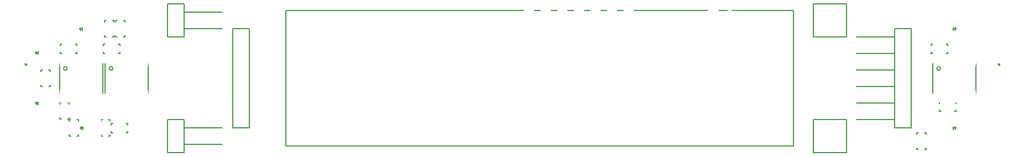
<source format=gbo>
G04 (created by PCBNEW (2013-07-07 BZR 4022)-stable) date 2/22/2014 5:21:18 PM*
%MOIN*%
G04 Gerber Fmt 3.4, Leading zero omitted, Abs format*
%FSLAX34Y34*%
G01*
G70*
G90*
G04 APERTURE LIST*
%ADD10C,0.00590551*%
%ADD11C,0.005*%
%ADD12R,0.0305X0.0719*%
%ADD13R,0.069X0.069*%
%ADD14C,0.069*%
%ADD15C,0.039*%
%ADD16C,0.037622*%
%ADD17C,0.16*%
%ADD18C,0.139*%
%ADD19R,0.13211X0.0612441*%
%ADD20R,0.045X0.057*%
%ADD21R,0.04X0.0495*%
%ADD22R,0.0495X0.04*%
G04 APERTURE END LIST*
G54D10*
G54D11*
X8850Y13600D02*
X6250Y13600D01*
X6250Y13600D02*
X6250Y15400D01*
X6250Y15400D02*
X8850Y15400D01*
X8850Y15400D02*
X8850Y13600D01*
X6711Y15100D02*
G75*
G03X6711Y15100I-111J0D01*
G74*
G01*
X58750Y13600D02*
X56150Y13600D01*
X56150Y13600D02*
X56150Y15400D01*
X56150Y15400D02*
X58750Y15400D01*
X58750Y15400D02*
X58750Y13600D01*
X56611Y15100D02*
G75*
G03X56611Y15100I-111J0D01*
G74*
G01*
X6100Y13600D02*
X3500Y13600D01*
X3500Y13600D02*
X3500Y15400D01*
X3500Y15400D02*
X6100Y15400D01*
X6100Y15400D02*
X6100Y13600D01*
X3961Y15100D02*
G75*
G03X3961Y15100I-111J0D01*
G74*
G01*
G54D10*
X53850Y12000D02*
X51550Y12000D01*
X53850Y14000D02*
X51550Y14000D01*
X53850Y13000D02*
X51550Y13000D01*
X53850Y15000D02*
X51550Y15000D01*
X53850Y16000D02*
X51550Y16000D01*
X53850Y17000D02*
X51550Y17000D01*
X53850Y17500D02*
X53850Y11500D01*
X53850Y11500D02*
X54850Y11500D01*
X54850Y17500D02*
X54850Y11500D01*
X53850Y17500D02*
X54850Y17500D01*
X14950Y11500D02*
X14950Y17500D01*
X14950Y17500D02*
X13950Y17500D01*
X13950Y11500D02*
X13950Y17500D01*
X14950Y11500D02*
X13950Y11500D01*
X50950Y19000D02*
X48950Y19000D01*
X48950Y19000D02*
X48950Y17000D01*
X48950Y17000D02*
X50950Y17000D01*
X50950Y17000D02*
X50950Y19000D01*
X11000Y18500D02*
X13300Y18500D01*
X11000Y17500D02*
X13300Y17500D01*
X11000Y17000D02*
X11000Y19000D01*
X11000Y19000D02*
X10000Y19000D01*
X10000Y17000D02*
X10000Y19000D01*
X11000Y17000D02*
X10000Y17000D01*
X11000Y11500D02*
X13300Y11500D01*
X11000Y10500D02*
X13300Y10500D01*
X11000Y10000D02*
X11000Y12000D01*
X11000Y12000D02*
X10000Y12000D01*
X10000Y10000D02*
X10000Y12000D01*
X11000Y10000D02*
X10000Y10000D01*
X50950Y12000D02*
X48950Y12000D01*
X48950Y12000D02*
X48950Y10000D01*
X48950Y10000D02*
X50950Y10000D01*
X50950Y10000D02*
X50950Y12000D01*
X17150Y10400D02*
X17150Y18600D01*
X17150Y18600D02*
X47750Y18600D01*
X47750Y18600D02*
X47750Y10400D01*
X47750Y10400D02*
X17150Y10400D01*
X57383Y11500D02*
X57540Y11500D01*
X57540Y11500D02*
X57461Y11421D01*
X57540Y11500D02*
X57461Y11578D01*
X57383Y11421D02*
X57383Y11578D01*
X2216Y13000D02*
X2059Y13000D01*
X2059Y13000D02*
X2138Y13078D01*
X2059Y13000D02*
X2138Y12921D01*
X2216Y13078D02*
X2216Y12921D01*
X4916Y11500D02*
X4759Y11500D01*
X4759Y11500D02*
X4838Y11578D01*
X4759Y11500D02*
X4838Y11421D01*
X4916Y11578D02*
X4916Y11421D01*
X4866Y17500D02*
X4709Y17500D01*
X4709Y17500D02*
X4788Y17578D01*
X4709Y17500D02*
X4788Y17421D01*
X4866Y17578D02*
X4866Y17421D01*
X57383Y17500D02*
X57540Y17500D01*
X57540Y17500D02*
X57461Y17421D01*
X57540Y17500D02*
X57461Y17578D01*
X57383Y17421D02*
X57383Y17578D01*
X2216Y16050D02*
X2059Y16050D01*
X2059Y16050D02*
X2138Y16128D01*
X2059Y16050D02*
X2138Y15971D01*
X2216Y16128D02*
X2216Y15971D01*
X1510Y15377D02*
X1410Y15377D01*
X1510Y15377D02*
X1510Y15277D01*
X1410Y15377D02*
X1510Y15277D01*
X60160Y15377D02*
X60060Y15377D01*
X60160Y15377D02*
X60160Y15277D01*
X60060Y15377D02*
X60160Y15277D01*
X7597Y11222D02*
X7597Y11322D01*
X7597Y11777D02*
X7497Y11777D01*
X7597Y11222D02*
X7497Y11222D01*
X7597Y11777D02*
X7597Y11677D01*
X6602Y11222D02*
X6602Y11322D01*
X6602Y11222D02*
X6702Y11222D01*
X6602Y11677D02*
X6602Y11777D01*
X6602Y11777D02*
X6702Y11777D01*
X3522Y12052D02*
X3622Y12052D01*
X4077Y12052D02*
X4077Y12152D01*
X3522Y12052D02*
X3522Y12152D01*
X4077Y12052D02*
X3977Y12052D01*
X3522Y13047D02*
X3622Y13047D01*
X3522Y13047D02*
X3522Y12947D01*
X3977Y13047D02*
X4077Y13047D01*
X4077Y13047D02*
X4077Y12947D01*
X57547Y12522D02*
X57547Y12622D01*
X57547Y13077D02*
X57447Y13077D01*
X57547Y12522D02*
X57447Y12522D01*
X57547Y13077D02*
X57547Y12977D01*
X56552Y12522D02*
X56552Y12622D01*
X56552Y12522D02*
X56652Y12522D01*
X56552Y12977D02*
X56552Y13077D01*
X56552Y13077D02*
X56652Y13077D01*
X57047Y16022D02*
X57047Y16122D01*
X57047Y16577D02*
X56947Y16577D01*
X57047Y16022D02*
X56947Y16022D01*
X57047Y16577D02*
X57047Y16477D01*
X56052Y16022D02*
X56052Y16122D01*
X56052Y16022D02*
X56152Y16022D01*
X56052Y16477D02*
X56052Y16577D01*
X56052Y16577D02*
X56152Y16577D01*
X7147Y16022D02*
X7147Y16122D01*
X7147Y16577D02*
X7047Y16577D01*
X7147Y16022D02*
X7047Y16022D01*
X7147Y16577D02*
X7147Y16477D01*
X6152Y16022D02*
X6152Y16122D01*
X6152Y16022D02*
X6252Y16022D01*
X6152Y16477D02*
X6152Y16577D01*
X6152Y16577D02*
X6252Y16577D01*
X4547Y16022D02*
X4547Y16122D01*
X4547Y16577D02*
X4447Y16577D01*
X4547Y16022D02*
X4447Y16022D01*
X4547Y16577D02*
X4547Y16477D01*
X3552Y16022D02*
X3552Y16122D01*
X3552Y16022D02*
X3652Y16022D01*
X3552Y16477D02*
X3552Y16577D01*
X3552Y16577D02*
X3652Y16577D01*
X4072Y11002D02*
X4172Y11002D01*
X4627Y11002D02*
X4627Y11102D01*
X4072Y11002D02*
X4072Y11102D01*
X4627Y11002D02*
X4527Y11002D01*
X4072Y11997D02*
X4172Y11997D01*
X4072Y11997D02*
X4072Y11897D01*
X4527Y11997D02*
X4627Y11997D01*
X4627Y11997D02*
X4627Y11897D01*
X6222Y17002D02*
X6322Y17002D01*
X6777Y17002D02*
X6777Y17102D01*
X6222Y17002D02*
X6222Y17102D01*
X6777Y17002D02*
X6677Y17002D01*
X6222Y17997D02*
X6322Y17997D01*
X6222Y17997D02*
X6222Y17897D01*
X6677Y17997D02*
X6777Y17997D01*
X6777Y17997D02*
X6777Y17897D01*
X6872Y17002D02*
X6972Y17002D01*
X7427Y17002D02*
X7427Y17102D01*
X6872Y17002D02*
X6872Y17102D01*
X7427Y17002D02*
X7327Y17002D01*
X6872Y17997D02*
X6972Y17997D01*
X6872Y17997D02*
X6872Y17897D01*
X7327Y17997D02*
X7427Y17997D01*
X7427Y17997D02*
X7427Y17897D01*
X55727Y11197D02*
X55627Y11197D01*
X55172Y11197D02*
X55172Y11097D01*
X55727Y11197D02*
X55727Y11097D01*
X55172Y11197D02*
X55272Y11197D01*
X55727Y10202D02*
X55627Y10202D01*
X55727Y10202D02*
X55727Y10302D01*
X55272Y10202D02*
X55172Y10202D01*
X55172Y10202D02*
X55172Y10302D01*
X2927Y14997D02*
X2827Y14997D01*
X2372Y14997D02*
X2372Y14897D01*
X2927Y14997D02*
X2927Y14897D01*
X2372Y14997D02*
X2472Y14997D01*
X2927Y14002D02*
X2827Y14002D01*
X2927Y14002D02*
X2927Y14102D01*
X2472Y14002D02*
X2372Y14002D01*
X2372Y14002D02*
X2372Y14102D01*
X5997Y11002D02*
X6097Y11002D01*
X6552Y11002D02*
X6552Y11102D01*
X5997Y11002D02*
X5997Y11102D01*
X6552Y11002D02*
X6452Y11002D01*
X5997Y11997D02*
X6097Y11997D01*
X5997Y11997D02*
X5997Y11897D01*
X6452Y11997D02*
X6552Y11997D01*
X6552Y11997D02*
X6552Y11897D01*
%LPC*%
G54D12*
X7422Y15602D03*
X7678Y15602D03*
X7934Y15602D03*
X8190Y15602D03*
X6658Y13400D03*
X6654Y15602D03*
X6910Y15602D03*
X7166Y15602D03*
X8446Y13398D03*
X8190Y13398D03*
X7934Y13398D03*
X7678Y13398D03*
X7422Y13398D03*
X7166Y13398D03*
X8446Y15602D03*
X6910Y13400D03*
X6398Y15602D03*
X8702Y15602D03*
X8702Y13398D03*
X6398Y13398D03*
X57322Y15602D03*
X57578Y15602D03*
X57834Y15602D03*
X58090Y15602D03*
X56558Y13400D03*
X56554Y15602D03*
X56810Y15602D03*
X57066Y15602D03*
X58346Y13398D03*
X58090Y13398D03*
X57834Y13398D03*
X57578Y13398D03*
X57322Y13398D03*
X57066Y13398D03*
X58346Y15602D03*
X56810Y13400D03*
X56298Y15602D03*
X58602Y15602D03*
X58602Y13398D03*
X56298Y13398D03*
X4672Y15602D03*
X4928Y15602D03*
X5184Y15602D03*
X5440Y15602D03*
X3908Y13400D03*
X3904Y15602D03*
X4160Y15602D03*
X4416Y15602D03*
X5696Y13398D03*
X5440Y13398D03*
X5184Y13398D03*
X4928Y13398D03*
X4672Y13398D03*
X4416Y13398D03*
X5696Y15602D03*
X4160Y13400D03*
X3648Y15602D03*
X5952Y15602D03*
X5952Y13398D03*
X3648Y13398D03*
G54D13*
X31800Y17450D03*
G54D14*
X31800Y18450D03*
X32800Y17450D03*
X32800Y18450D03*
X33800Y17450D03*
X33800Y18450D03*
X34800Y17450D03*
X34800Y18450D03*
X35800Y17450D03*
X35800Y18450D03*
X36800Y17450D03*
X36800Y18450D03*
X37800Y17450D03*
X37800Y18450D03*
G54D13*
X55450Y17000D03*
G54D14*
X55450Y16000D03*
X55450Y15000D03*
X55450Y14000D03*
X55450Y13000D03*
X55450Y12000D03*
G54D13*
X14450Y12000D03*
G54D14*
X14450Y13000D03*
X14450Y14000D03*
X14450Y15000D03*
X14450Y16000D03*
X14450Y17000D03*
G54D15*
X24550Y12500D03*
X24746Y12696D03*
X24746Y12303D03*
X24353Y12303D03*
X24353Y12696D03*
G54D13*
X50450Y18500D03*
G54D14*
X49450Y18500D03*
X49450Y17500D03*
X50450Y17500D03*
G54D13*
X9400Y17500D03*
G54D14*
X8400Y17500D03*
X8400Y18500D03*
X9400Y18500D03*
G54D13*
X9400Y10500D03*
G54D14*
X8400Y10500D03*
X8400Y11500D03*
X9400Y11500D03*
G54D13*
X50450Y11500D03*
G54D14*
X49450Y11500D03*
X49450Y10500D03*
X50450Y10500D03*
G54D13*
X14550Y18500D03*
G54D14*
X15550Y18500D03*
G54D13*
X14550Y10500D03*
G54D14*
X15550Y10500D03*
G54D13*
X42900Y18300D03*
G54D14*
X43900Y18300D03*
G54D13*
X42900Y17300D03*
G54D14*
X43900Y17300D03*
G54D13*
X42900Y16300D03*
G54D14*
X43900Y16300D03*
G54D13*
X14550Y8500D03*
G54D14*
X15550Y8500D03*
G54D13*
X14550Y500D03*
G54D14*
X15550Y500D03*
G54D13*
X42900Y6300D03*
G54D14*
X43900Y6300D03*
G54D13*
X42900Y7300D03*
G54D14*
X43900Y7300D03*
G54D13*
X42900Y8300D03*
G54D14*
X43900Y8300D03*
G54D16*
X24554Y16295D03*
X24200Y16295D03*
X23845Y16295D03*
X23845Y16650D03*
X24200Y16650D03*
X24554Y16650D03*
X24554Y17004D03*
X24200Y17004D03*
X23845Y17004D03*
G54D17*
X21500Y14500D03*
X43400Y14500D03*
G54D18*
X18100Y14500D03*
X46800Y14500D03*
G54D13*
X29950Y10900D03*
G54D14*
X29950Y11900D03*
X29950Y12900D03*
G54D13*
X31450Y10900D03*
G54D14*
X32450Y10900D03*
G54D19*
X56950Y11007D03*
X56950Y11992D03*
X2650Y13492D03*
X2650Y12507D03*
X5350Y11992D03*
X5350Y11007D03*
X5300Y17992D03*
X5300Y17007D03*
X56950Y17007D03*
X56950Y17992D03*
X2650Y16542D03*
X2650Y15557D03*
G54D20*
X604Y15011D03*
X1204Y15011D03*
X1204Y13981D03*
X604Y13981D03*
X59254Y15011D03*
X59854Y15011D03*
X59854Y13981D03*
X59254Y13981D03*
G54D21*
X6832Y11500D03*
X7367Y11500D03*
G54D22*
X3800Y12817D03*
X3800Y12282D03*
G54D21*
X56782Y12800D03*
X57317Y12800D03*
X56282Y16300D03*
X56817Y16300D03*
X6382Y16300D03*
X6917Y16300D03*
X3782Y16300D03*
X4317Y16300D03*
G54D22*
X4350Y11767D03*
X4350Y11232D03*
X6500Y17767D03*
X6500Y17232D03*
X7150Y17767D03*
X7150Y17232D03*
X55450Y10432D03*
X55450Y10967D03*
X2650Y14232D03*
X2650Y14767D03*
X6275Y11767D03*
X6275Y11232D03*
G54D15*
X27800Y14750D03*
X27603Y14553D03*
X27603Y14946D03*
X27996Y14946D03*
X27996Y14553D03*
M02*

</source>
